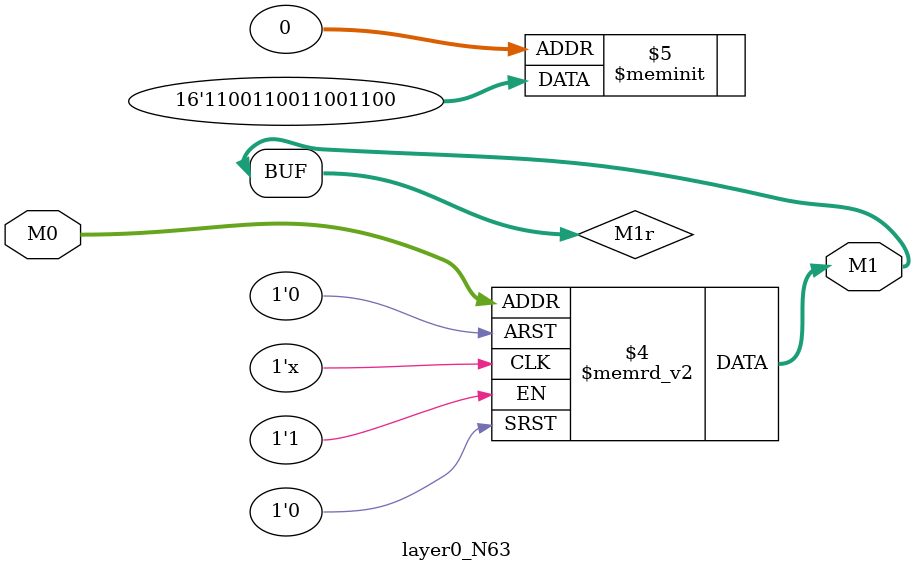
<source format=v>
module layer0_N63 ( input [2:0] M0, output [1:0] M1 );

	(*rom_style = "distributed" *) reg [1:0] M1r;
	assign M1 = M1r;
	always @ (M0) begin
		case (M0)
			3'b000: M1r = 2'b00;
			3'b100: M1r = 2'b00;
			3'b010: M1r = 2'b00;
			3'b110: M1r = 2'b00;
			3'b001: M1r = 2'b11;
			3'b101: M1r = 2'b11;
			3'b011: M1r = 2'b11;
			3'b111: M1r = 2'b11;

		endcase
	end
endmodule

</source>
